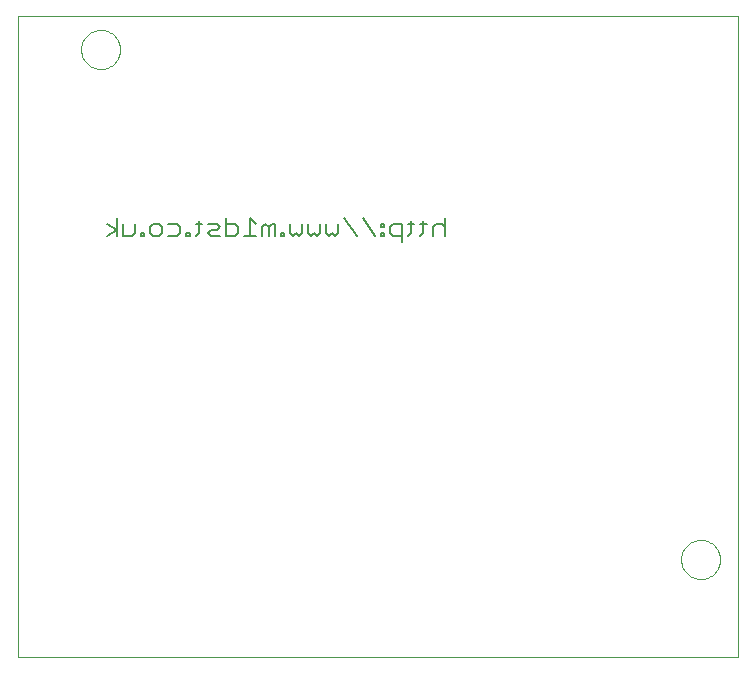
<source format=gbo>
G75*
%MOIN*%
%OFA0B0*%
%FSLAX24Y24*%
%IPPOS*%
%LPD*%
%AMOC8*
5,1,8,0,0,1.08239X$1,22.5*
%
%ADD10C,0.0000*%
%ADD11C,0.0050*%
D10*
X006002Y000100D02*
X006002Y021470D01*
X029994Y021470D01*
X029994Y000100D01*
X006002Y000100D01*
X028102Y003350D02*
X028104Y003400D01*
X028110Y003450D01*
X028120Y003500D01*
X028133Y003548D01*
X028150Y003596D01*
X028171Y003642D01*
X028195Y003686D01*
X028223Y003728D01*
X028254Y003768D01*
X028288Y003805D01*
X028325Y003840D01*
X028364Y003871D01*
X028405Y003900D01*
X028449Y003925D01*
X028495Y003947D01*
X028542Y003965D01*
X028590Y003979D01*
X028639Y003990D01*
X028689Y003997D01*
X028739Y004000D01*
X028790Y003999D01*
X028840Y003994D01*
X028890Y003985D01*
X028938Y003973D01*
X028986Y003956D01*
X029032Y003936D01*
X029077Y003913D01*
X029120Y003886D01*
X029160Y003856D01*
X029198Y003823D01*
X029233Y003787D01*
X029266Y003748D01*
X029295Y003707D01*
X029321Y003664D01*
X029344Y003619D01*
X029363Y003572D01*
X029378Y003524D01*
X029390Y003475D01*
X029398Y003425D01*
X029402Y003375D01*
X029402Y003325D01*
X029398Y003275D01*
X029390Y003225D01*
X029378Y003176D01*
X029363Y003128D01*
X029344Y003081D01*
X029321Y003036D01*
X029295Y002993D01*
X029266Y002952D01*
X029233Y002913D01*
X029198Y002877D01*
X029160Y002844D01*
X029120Y002814D01*
X029077Y002787D01*
X029032Y002764D01*
X028986Y002744D01*
X028938Y002727D01*
X028890Y002715D01*
X028840Y002706D01*
X028790Y002701D01*
X028739Y002700D01*
X028689Y002703D01*
X028639Y002710D01*
X028590Y002721D01*
X028542Y002735D01*
X028495Y002753D01*
X028449Y002775D01*
X028405Y002800D01*
X028364Y002829D01*
X028325Y002860D01*
X028288Y002895D01*
X028254Y002932D01*
X028223Y002972D01*
X028195Y003014D01*
X028171Y003058D01*
X028150Y003104D01*
X028133Y003152D01*
X028120Y003200D01*
X028110Y003250D01*
X028104Y003300D01*
X028102Y003350D01*
X008102Y020350D02*
X008104Y020400D01*
X008110Y020450D01*
X008120Y020500D01*
X008133Y020548D01*
X008150Y020596D01*
X008171Y020642D01*
X008195Y020686D01*
X008223Y020728D01*
X008254Y020768D01*
X008288Y020805D01*
X008325Y020840D01*
X008364Y020871D01*
X008405Y020900D01*
X008449Y020925D01*
X008495Y020947D01*
X008542Y020965D01*
X008590Y020979D01*
X008639Y020990D01*
X008689Y020997D01*
X008739Y021000D01*
X008790Y020999D01*
X008840Y020994D01*
X008890Y020985D01*
X008938Y020973D01*
X008986Y020956D01*
X009032Y020936D01*
X009077Y020913D01*
X009120Y020886D01*
X009160Y020856D01*
X009198Y020823D01*
X009233Y020787D01*
X009266Y020748D01*
X009295Y020707D01*
X009321Y020664D01*
X009344Y020619D01*
X009363Y020572D01*
X009378Y020524D01*
X009390Y020475D01*
X009398Y020425D01*
X009402Y020375D01*
X009402Y020325D01*
X009398Y020275D01*
X009390Y020225D01*
X009378Y020176D01*
X009363Y020128D01*
X009344Y020081D01*
X009321Y020036D01*
X009295Y019993D01*
X009266Y019952D01*
X009233Y019913D01*
X009198Y019877D01*
X009160Y019844D01*
X009120Y019814D01*
X009077Y019787D01*
X009032Y019764D01*
X008986Y019744D01*
X008938Y019727D01*
X008890Y019715D01*
X008840Y019706D01*
X008790Y019701D01*
X008739Y019700D01*
X008689Y019703D01*
X008639Y019710D01*
X008590Y019721D01*
X008542Y019735D01*
X008495Y019753D01*
X008449Y019775D01*
X008405Y019800D01*
X008364Y019829D01*
X008325Y019860D01*
X008288Y019895D01*
X008254Y019932D01*
X008223Y019972D01*
X008195Y020014D01*
X008171Y020058D01*
X008150Y020104D01*
X008133Y020152D01*
X008120Y020200D01*
X008110Y020250D01*
X008104Y020300D01*
X008102Y020350D01*
D11*
X009288Y014736D02*
X009288Y014125D01*
X009489Y014125D02*
X009489Y014532D01*
X009288Y014329D02*
X008983Y014532D01*
X009288Y014329D02*
X008983Y014125D01*
X009489Y014125D02*
X009794Y014125D01*
X009896Y014227D01*
X009896Y014532D01*
X010098Y014227D02*
X010098Y014125D01*
X010200Y014125D01*
X010200Y014227D01*
X010098Y014227D01*
X010401Y014227D02*
X010502Y014125D01*
X010706Y014125D01*
X010808Y014227D01*
X010808Y014430D01*
X010706Y014532D01*
X010502Y014532D01*
X010401Y014430D01*
X010401Y014227D01*
X011008Y014125D02*
X011314Y014125D01*
X011415Y014227D01*
X011415Y014430D01*
X011314Y014532D01*
X011008Y014532D01*
X011618Y014227D02*
X011618Y014125D01*
X011719Y014125D01*
X011719Y014227D01*
X011618Y014227D01*
X011921Y014125D02*
X012023Y014227D01*
X012023Y014634D01*
X012124Y014532D02*
X011921Y014532D01*
X012325Y014532D02*
X012630Y014532D01*
X012732Y014430D01*
X012630Y014329D01*
X012427Y014329D01*
X012325Y014227D01*
X012427Y014125D01*
X012732Y014125D01*
X012933Y014125D02*
X013238Y014125D01*
X013340Y014227D01*
X013340Y014430D01*
X013238Y014532D01*
X012933Y014532D01*
X012933Y014736D02*
X012933Y014125D01*
X013541Y014125D02*
X013948Y014125D01*
X014148Y014125D02*
X014148Y014430D01*
X014250Y014532D01*
X014352Y014430D01*
X014352Y014125D01*
X014555Y014125D02*
X014555Y014532D01*
X014454Y014532D01*
X014352Y014430D01*
X013948Y014532D02*
X013744Y014736D01*
X013744Y014125D01*
X014757Y014125D02*
X014859Y014125D01*
X014859Y014227D01*
X014757Y014227D01*
X014757Y014125D01*
X015060Y014227D02*
X015060Y014532D01*
X015060Y014227D02*
X015162Y014125D01*
X015263Y014227D01*
X015365Y014125D01*
X015467Y014227D01*
X015467Y014532D01*
X015668Y014532D02*
X015668Y014227D01*
X015769Y014125D01*
X015871Y014227D01*
X015973Y014125D01*
X016075Y014227D01*
X016075Y014532D01*
X016275Y014532D02*
X016275Y014227D01*
X016377Y014125D01*
X016479Y014227D01*
X016581Y014125D01*
X016682Y014227D01*
X016682Y014532D01*
X016883Y014736D02*
X017290Y014125D01*
X017898Y014125D02*
X017491Y014736D01*
X018100Y014532D02*
X018100Y014430D01*
X018202Y014430D01*
X018202Y014532D01*
X018100Y014532D01*
X018100Y014227D02*
X018100Y014125D01*
X018202Y014125D01*
X018202Y014227D01*
X018100Y014227D01*
X018402Y014227D02*
X018504Y014125D01*
X018809Y014125D01*
X019011Y014125D02*
X019113Y014227D01*
X019113Y014634D01*
X019214Y014532D02*
X019011Y014532D01*
X018809Y014532D02*
X018504Y014532D01*
X018402Y014430D01*
X018402Y014227D01*
X018809Y014532D02*
X018809Y013921D01*
X019416Y014125D02*
X019518Y014227D01*
X019518Y014634D01*
X019620Y014532D02*
X019416Y014532D01*
X019820Y014430D02*
X019820Y014125D01*
X019820Y014430D02*
X019922Y014532D01*
X020126Y014532D01*
X020227Y014430D01*
X020227Y014125D02*
X020227Y014736D01*
M02*

</source>
